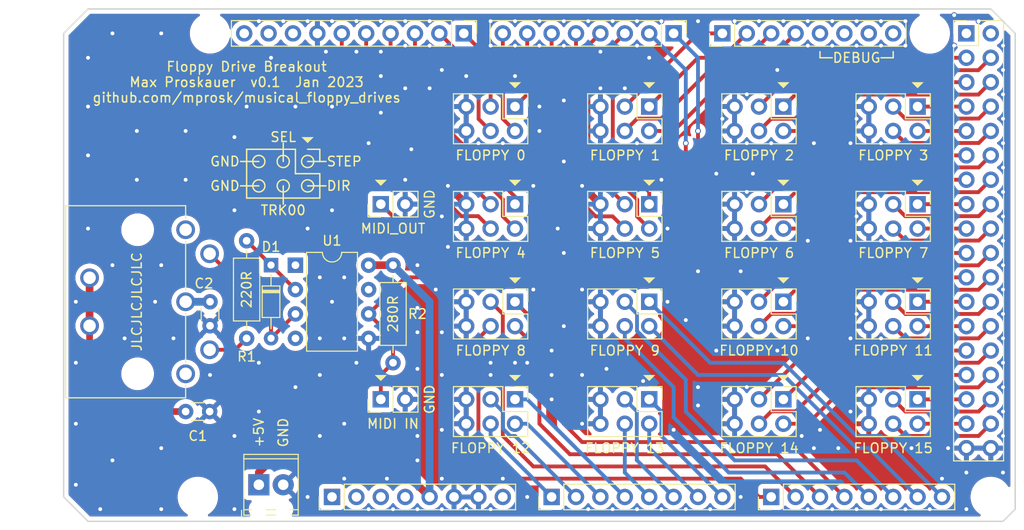
<source format=kicad_pcb>
(kicad_pcb (version 20211014) (generator pcbnew)
  (title_block (date "mar. 31 mars 2015"))
  (layers (0 "F.Cu" signal) (31 "B.Cu" signal) (34 "B.Paste" user) (35 "F.Paste" user) (36 "B.SilkS" user "B.Silkscreen") (37 "F.SilkS" user "F.Silkscreen") (38 "B.Mask" user) (39 "F.Mask" user) (44 "Edge.Cuts" user))
  (net 0 "")
  (net 1 "GND")
  (net 2 "+5V")
  (net 3 "/IOREF")
  (net 4 "/A0")
  (net 5 "/A1")
  (net 6 "/A2")
  (net 7 "/A3")
  (net 8 "/A4")
  (net 9 "/A5")
  (net 10 "/A6")
  (net 11 "/A7")
  (net 12 "/A8")
  (net 13 "/A9")
  (net 14 "/A10")
  (net 15 "/A11")
  (net 16 "/A12")
  (net 17 "/A13")
  (net 18 "/A14")
  (net 19 "/A15")
  (net 20 "/AREF")
  (net 21 "+3V3")
  (net 23 "/~{RESET}")
  (net 24 "/V_{IN}")
  (net 25 "/D22")
  (net 26 "/D23")
  (net 27 "/D24")
  (net 28 "/D25")
  (net 29 "/D26")
  (net 30 "/D27")
  (net 31 "/D28")
  (net 32 "/D29")
  (net 33 "/D30")
  (net 34 "/D31")
  (net 35 "/D32")
  (net 36 "/D33")
  (net 37 "/D34")
  (net 38 "/D35")
  (net 39 "/D36")
  (net 40 "/D37")
  (net 41 "/D38")
  (net 42 "/D39")
  (net 43 "/D40")
  (net 44 "/D41")
  (net 45 "/D42")
  (net 46 "/D43")
  (net 47 "/D44")
  (net 48 "/D45")
  (net 49 "/D46")
  (net 50 "/D47")
  (net 51 "/D48")
  (net 52 "/D49")
  (net 53 "/D50")
  (net 54 "/D51")
  (net 55 "/D52")
  (net 56 "/D53")
  (net 57 "/D14")
  (net 58 "/D15")
  (net 59 "/D16")
  (net 60 "/D17")
  (net 61 "/D18")
  (net 62 "/D19")
  (net 63 "/D20")
  (net 64 "/D21")
  (net 65 "/RX0")
  (net 66 "/TX0")
  (net 67 "/D2")
  (net 68 "/D3")
  (net 69 "/D4")
  (net 70 "/D5")
  (net 71 "/D6")
  (net 72 "/D7")
  (net 73 "/D8")
  (net 74 "/D9")
  (net 75 "/D10")
  (net 76 "/D11")
  (net 77 "/D12")
  (net 78 "/D13")
  (net 79 "Net-(D1-Pad1)")
  (net 85 "/MIDI_SHIELD")
  (net 86 "/MIDI_RETURN")
  (net 87 "/MIDI_SEND")
  (net 88 "/MIDI_GND")
  (footprint "Connector_PinHeader_2.54mm:PinHeader_2x18_P2.54mm_Vertical" (layer "F.Cu") (at 197.358 70.866)
    (fp_text reference "J4" hide)
    (fp_text value "DIGITAL" hide)
  )
  (footprint "Connector_PinHeader_2.54mm:PinHeader_1x08_P2.54mm_Vertical" (layer "F.Cu") (at 131.318 119.126 90)
    (fp_text reference "J1" hide)
    (fp_text value "POWER" hide)
  )
  (footprint "Connector_PinHeader_2.54mm:PinHeader_1x08_P2.54mm_Vertical" (layer "F.Cu") (at 154.178 119.126 90)
    (fp_text reference "J2" hide)
    (fp_text value "ANALOG" hide)
  )
  (footprint "Connector_PinHeader_2.54mm:PinHeader_1x08_P2.54mm_Vertical" (layer "F.Cu") (at 177.038 119.126 90)
    (fp_text reference "J3" hide)
    (fp_text value "ANALOG" hide)
  )
  (footprint "Connector_PinHeader_2.54mm:PinHeader_1x10_P2.54mm_Vertical" (layer "F.Cu") (at 145.034 70.866 -90)
    (fp_text reference "J7" hide)
    (fp_text value "PWM" hide)
  )
  (footprint "Connector_PinHeader_2.54mm:PinHeader_1x08_P2.54mm_Vertical" (layer "F.Cu") (at 166.878 70.866 -90)
    (fp_text reference "J6" hide)
    (fp_text value "PWM" hide)
  )
  (footprint "Connector_PinHeader_2.54mm:PinHeader_1x08_P2.54mm_Vertical" (layer "F.Cu") (at 171.958 70.866 90)
    (fp_text reference "J5" hide)
    (fp_text value "COMMS" hide)
  )
  (footprint "Connector_PinHeader_2.54mm:PinHeader_1x02_P2.54mm_Vertical" (layer "F.Cu") (at 136.398 108.966 90)
    (fp_text reference "J10" hide)
    (fp_text value "MIDI IN")
  )
  (footprint "Resistor_THT:R_Axial_DIN0207_L6.3mm_D2.5mm_P10.16mm_Horizontal" (layer "F.Cu") (at 122.428 92.456 -90)
    (fp_text reference "R1")
    (fp_text value "220R")
  )
  (footprint "Connector_PinHeader_2.54mm:PinHeader_2x03_P2.54mm_Vertical" (layer "F.Cu") (at 150.368 108.966 -90)
    (fp_text reference "F4" hide)
    (fp_text value "FLOPPY 12")
  )
  (footprint "Connector_PinHeader_2.54mm:PinHeader_2x03_P2.54mm_Vertical" (layer "F.Cu") (at 192.278 108.966 -90)
    (fp_text reference "F16" hide)
    (fp_text value "FLOPPY 15")
  )
  (footprint "Connector_PinHeader_2.54mm:PinHeader_2x03_P2.54mm_Vertical" (layer "F.Cu") (at 164.338 78.486 -90)
    (fp_text reference "F5" hide)
    (fp_text value "FLOPPY 1")
  )
  (footprint "MountingHole:MountingHole_3.2mm_M3" (layer "F.Cu") (at 199.898 119.126)
    (fp_text reference "H3" hide)
    (fp_text value "Hole M3" hide)
  )
  (footprint "Connector_PinHeader_2.54mm:PinHeader_2x03_P2.54mm_Vertical" (layer "F.Cu") (at 164.338 108.966 -90)
    (fp_text reference "F8" hide)
    (fp_text value "FLOPPY 13")
  )
  (footprint "Connector_PinHeader_2.54mm:PinHeader_2x03_P2.54mm_Vertical" (layer "F.Cu") (at 178.308 78.486 -90)
    (fp_text reference "F9" hide)
    (fp_text value "FLOPPY 2")
  )
  (footprint "Capacitor_THT:C_Disc_D3.0mm_W1.6mm_P2.50mm" (layer "F.Cu") (at 116.078 110.236)
    (fp_text reference "C1")
    (fp_text value "0.1uF" hide)
  )
  (footprint "Resistor_THT:R_Axial_DIN0207_L6.3mm_D2.5mm_P10.16mm_Horizontal" (layer "F.Cu") (at 137.668 94.996 -90)
    (fp_text reference "R2")
    (fp_text value "280R")
  )
  (footprint "Connector_PinHeader_2.54mm:PinHeader_2x03_P2.54mm_Vertical" (layer "F.Cu") (at 192.278 98.806 -90)
    (fp_text reference "F15" hide)
    (fp_text value "FLOPPY 11")
  )
  (footprint "floppy_mega:CUI_SDS-50J" (layer "F.Cu") (at 116.078 98.806 -90)
    (fp_text reference "J8" hide)
    (fp_text value "MIDI IN")
  )
  (footprint "Connector_PinHeader_2.54mm:PinHeader_2x03_P2.54mm_Vertical" (layer "F.Cu") (at 178.308 98.806 -90)
    (fp_text reference "F11" hide)
    (fp_text value "FLOPPY 10")
  )
  (footprint "Connector_PinHeader_2.54mm:PinHeader_2x03_P2.54mm_Vertical" (layer "F.Cu") (at 164.338 98.806 -90)
    (fp_text reference "F7" hide)
    (fp_text value "FLOPPY 9")
  )
  (footprint "Connector_PinHeader_2.54mm:PinHeader_2x03_P2.54mm_Vertical" (layer "F.Cu") (at 164.338 88.646 -90)
    (fp_text reference "F6" hide)
    (fp_text value "FLOPPY 5")
  )
  (footprint "Connector_PinHeader_2.54mm:PinHeader_2x03_P2.54mm_Vertical" (layer "F.Cu") (at 192.278 88.646 -90)
    (fp_text reference "F14" hide)
    (fp_text value "FLOPPY 7")
  )
  (footprint "Connector_PinHeader_2.54mm:PinHeader_1x02_P2.54mm_Vertical" (layer "F.Cu") (at 136.398 88.646 90)
    (fp_text reference "J11" hide)
    (fp_text value "MIDI_OUT")
  )
  (footprint "Connector_PinHeader_2.54mm:PinHeader_2x03_P2.54mm_Vertical" (layer "F.Cu") (at 150.368 78.486 -90)
    (fp_text reference "F1" hide)
    (fp_text value "FLOPPY 0")
  )
  (footprint "MountingHole:MountingHole_3.2mm_M3" (layer "F.Cu") (at 193.548 70.866)
    (fp_text reference "H2" hide)
    (fp_text value "Hole M3" hide)
  )
  (footprint "MountingHole:MountingHole_3.2mm_M3" (layer "F.Cu") (at 118.618 70.866)
    (fp_text reference "H1" hide)
    (fp_text value "Hole M3" hide)
  )
  (footprint "Connector_PinHeader_2.54mm:PinHeader_2x03_P2.54mm_Vertical" (layer "F.Cu") (at 150.368 98.806 -90)
    (fp_text reference "F3" hide)
    (fp_text value "FLOPPY 8")
  )
  (footprint "TerminalBlock_Phoenix:TerminalBlock_Phoenix_MPT-0,5-2-2.54_1x02_P2.54mm_Horizontal" (layer "F.Cu") (at 123.698 117.856)
    (fp_text reference "J9" hide)
    (fp_text value "POWER" hide)
  )
  (footprint "Connector_PinHeader_2.54mm:PinHeader_2x03_P2.54mm_Vertical" (layer "F.Cu") (at 192.278 78.486 -90)
    (fp_text reference "F13" hide)
    (fp_text value "FLOPPY 3")
  )
  (footprint "Package_DIP:DIP-8_W7.62mm" (layer "F.Cu") (at 127.508 94.996)
    (fp_text reference "U1")
    (fp_text value "6N138")
  )
  (footprint "Diode_THT:D_DO-34_SOD68_P7.62mm_Horizontal" (layer "F.Cu") (at 124.968 94.991 -90)
    (fp_text reference "D1")
    (fp_text value "1N914" hide)
  )
  (footprint "Capacitor_THT:C_Disc_D3.0mm_W1.6mm_P2.50mm" (layer "F.Cu") (at 118.618 98.806 -90)
    (fp_text reference "C2")
    (fp_text value "0.1uF" hide)
  )
  (footprint "MountingHole:MountingHole_3.2mm_M3" (layer "F.Cu") (at 117.348 119.126)
    (fp_text reference "H4" hide)
    (fp_text value "Hole M3" hide)
  )
  (footprint "Connector_PinHeader_2.54mm:PinHeader_2x03_P2.54mm_Vertical" (layer "F.Cu") (at 178.308 88.646 -90)
    (fp_text reference "F10" hide)
    (fp_text value "FLOPPY 6")
  )
  (footprint "Connector_PinHeader_2.54mm:PinHeader_2x03_P2.54mm_Vertical" (layer "F.Cu") (at 178.308 108.966 -90)
    (fp_text reference "F12" hide)
    (fp_text value "FLOPPY 14")
  )
  (footprint "Connector_PinHeader_2.54mm:PinHeader_2x03_P2.54mm_Vertical" (layer "F.Cu") (at 150.368 88.646 -90)
    (fp_text reference "F2" hide)
    (fp_text value "FLOPPY 4")
  )
  (gr_poly (pts (xy 136.398 107.061) (xy 135.763 106.426) (xy 137.033 106.426)) (layer "F.SilkS") (width 0) (fill solid))
  (gr_line (start 126.238 84.201) (end 126.238 82.296) (layer "F.SilkS") (width 0.15))
  (gr_circle (center 126.238 86.741) (end 126.873 86.741) (layer "F.SilkS") (width 0.15) (fill none))
  (gr_line (start 130.048 82.931) (end 130.048 84.201) (layer "F.SilkS") (width 0.15))
  (gr_poly (pts (xy 192.278 86.741) (xy 191.643 86.106) (xy 192.913 86.106)) (layer "F.SilkS") (width 0) (fill solid))
  (gr_poly (pts (xy 150.368 107.061) (xy 149.733 106.426) (xy 151.003 106.426)) (layer "F.SilkS") (width 0) (fill solid))
  (gr_poly (pts (xy 178.308 107.061) (xy 177.673 106.426) (xy 178.943 106.426)) (layer "F.SilkS") (width 0) (fill solid))
  (gr_poly (pts (xy 178.308 86.741) (xy 177.673 86.106) (xy 178.943 86.106)) (layer "F.SilkS") (width 0) (fill solid))
  (gr_poly (pts (xy 150.368 76.581) (xy 149.733 75.946) (xy 151.003 75.946)) (layer "F.SilkS") (width 0) (fill solid))
  (gr_line (start 128.778 86.741) (end 130.683 86.741) (layer "F.SilkS") (width 0.15))
  (gr_line (start 122.428 88.011) (end 130.048 88.011) (layer "F.SilkS") (width 0.15))
  (gr_poly (pts (xy 136.398 86.741) (xy 135.763 86.106) (xy 137.033 86.106)) (layer "F.SilkS") (width 0) (fill solid))
  (gr_poly (pts (xy 178.308 76.581) (xy 177.673 75.946) (xy 178.943 75.946)) (layer "F.SilkS") (width 0) (fill solid))
  (gr_poly (pts (xy 128.778 82.296) (xy 128.143 81.661) (xy 129.413 81.661)) (layer "F.SilkS") (width 0) (fill solid))
  (gr_poly (pts (xy 192.278 107.061) (xy 191.643 106.426) (xy 192.913 106.426)) (layer "F.SilkS") (width 0) (fill solid))
  (gr_line (start 130.048 88.011) (end 130.048 85.471) (layer "F.SilkS") (width 0.15))
  (gr_line (start 182.118 73.406) (end 182.118 72.771) (layer "F.SilkS") (width 0.15))
  (gr_poly (pts (xy 192.278 76.581) (xy 191.643 75.946) (xy 192.913 75.946)) (layer "F.SilkS") (width 0) (fill solid))
  (gr_circle (center 128.778 84.201) (end 129.413 84.201) (layer "F.SilkS") (width 0.15) (fill none))
  (gr_poly (pts (xy 150.368 86.741) (xy 149.733 86.106) (xy 151.003 86.106)) (layer "F.SilkS") (width 0) (fill solid))
  (gr_line (start 189.738 73.406) (end 188.468 73.406) (layer "F.SilkS") (width 0.15))
  (gr_line (start 128.778 82.931) (end 130.048 82.931) (layer "F.SilkS") (width 0.15))
  (gr_circle (center 123.698 86.741) (end 124.333 86.741) (layer "F.SilkS") (width 0.15) (fill none))
  (gr_poly (pts (xy 178.308 96.901) (xy 177.673 96.266) (xy 178.943 96.266)) (layer "F.SilkS") (width 0) (fill solid))
  (gr_poly (pts (xy 164.338 76.581) (xy 163.703 75.946) (xy 164.973 75.946)) (layer "F.SilkS") (width 0) (fill solid))
  (gr_line (start 127.508 82.931) (end 122.428 82.931) (layer "F.SilkS") (width 0.15))
  (gr_poly (pts (xy 192.278 96.901) (xy 191.643 96.266) (xy 192.913 96.266)) (layer "F.SilkS") (width 0) (fill solid))
  (gr_poly (pts (xy 164.338 86.741) (xy 163.703 86.106) (xy 164.973 86.106)) (layer "F.SilkS") (width 0) (fill solid))
  (gr_line (start 123.698 84.201) (end 121.793 84.201) (layer "F.SilkS") (width 0.15))
  (gr_line (start 183.388 73.406) (end 182.118 73.406) (layer "F.SilkS") (width 0.15))
  (gr_poly (pts (xy 164.338 96.901) (xy 163.703 96.266) (xy 164.973 96.266)) (layer "F.SilkS") (width 0) (fill solid))
  (gr_circle (center 128.778 86.741) (end 129.413 86.741) (layer "F.SilkS") (width 0.15) (fill none))
  (gr_line (start 189.738 72.771) (end 189.738 73.406) (layer "F.SilkS") (width 0.15))
  (gr_line (start 122.428 82.931) (end 122.428 88.011) (layer "F.SilkS") (width 0.15))
  (gr_circle (center 126.238 84.201) (end 126.873 84.201) (layer "F.SilkS") (width 0.15) (fill none))
  (gr_poly (pts (xy 164.338 107.061) (xy 163.703 106.426) (xy 164.973 106.426)) (layer "F.SilkS") (width 0) (fill solid))
  (gr_line (start 128.778 84.201) (end 130.683 84.201) (layer "F.SilkS") (width 0.15))
  (gr_circle (center 123.698 84.201) (end 124.333 84.201) (layer "F.SilkS") (width 0.15) (fill none))
  (gr_line (start 126.238 86.741) (end 126.238 88.646) (layer "F.SilkS") (width 0.15))
  (gr_poly (pts (xy 150.368 96.901) (xy 149.733 96.266) (xy 151.003 96.266)) (layer "F.SilkS") (width 0) (fill solid))
  (gr_line (start 121.793 86.741) (end 123.698 86.741) (layer "F.SilkS") (width 0.15))
  (gr_line (start 127.508 85.471) (end 130.048 85.471) (layer "F.SilkS") (width 0.15))
  (gr_line (start 127.508 82.931) (end 127.508 85.471) (layer "F.SilkS") (width 0.15))
  (gr_line (start 103.378 119.126) (end 103.378 70.866) (layer "Edge.Cuts") (width 0.15))
  (gr_line (start 201.168 121.666) (end 105.918 121.666) (layer "Edge.Cuts") (width 0.15))
  (gr_line (start 105.918 68.326) (end 199.898 68.326) (layer "Edge.Cuts") (width 0.15))
  (gr_line (start 199.898 68.326) (end 202.438 70.866) (layer "Edge.Cuts") (width 0.15))
  (gr_line (start 105.918 68.326) (end 103.378 70.866) (layer "Edge.Cuts") (width 0.15))
  (gr_line (start 202.438 120.396) (end 201.168 121.666) (layer "Edge.Cuts") (width 0.15))
  (gr_line (start 105.918 121.666) (end 103.378 119.126) (layer "Edge.Cuts") (width 0.15))
  (gr_line (start 202.438 70.866) (end 202.438 120.396) (layer "Edge.Cuts") (width 0.15))
  (gr_text "JLCJLCJLCJLC" (at 110.998 98.806 90) (layer "F.SilkS") (effects (font (size 1 1))))
  (gr_text "DEBUG" (at 185.928 73.406) (layer "F.SilkS") (effects (font (size 1 1))))
  (gr_text "TRK00" (at 126.238 89.281) (layer "F.SilkS") (effects (font (size 1 1))))
  (gr_text "Floppy Drive Breakout\nMax Proskauer  v0.1  Jan 2023\ngithub.com/mprosk/musical_floppy_drives" (at 122.428 75.946) (layer "F.SilkS") (effects (font (size 1 1))))
  (gr_text "GND" (at 121.793 86.741) (layer "F.SilkS") (effects (font (size 1 1)) (justify right)))
  (gr_text "DIR" (at 130.683 86.741) (layer "F.SilkS") (effects (font (size 1 1)) (justify left)))
  (gr_text "GND" (at 126.238 114.046 90) (layer "F.SilkS") (effects (font (size 1 1)) (justify left)))
  (gr_text "GND" (at 141.478 108.966 90) (layer "F.SilkS") (effects (font (size 1 1))))
  (gr_text "GND" (at 141.478 88.646 90) (layer "F.SilkS") (effects (font (size 1 1))))
  (gr_text "STEP" (at 130.683 84.201) (layer "F.SilkS") (effects (font (size 1 1)) (justify left)))
  (gr_text "GND" (at 121.793 84.201) (layer "F.SilkS") (effects (font (size 1 1)) (justify right)))
  (gr_text "SEL" (at 126.238 81.661) (layer "F.SilkS") (effects (font (size 1 1))))
  (gr_text "+5V" (at 123.698 114.046 90) (layer "F.SilkS") (effects (font (size 1 1)) (justify left)))
  (segment (start 159.258 101.346) (end 159.258 101.420926) (width 0.4) (layer "F.Cu") (net 1))
  (segment (start 159.258 88.646) (end 157.353 86.741) (width 0.8) (layer "F.Cu") (net 1))
  (segment (start 145.288 88.646) (end 143.383 86.741) (width 0.8) (layer "F.Cu") (net 1))
  (via (at 197.358 116.586) (size 0.6) (drill 0.4) (layers "F.Cu" "B.Cu") (net 1))
  (via (at 185.928 72.136) (size 0.6) (drill 0.4) (layers "F.Cu" "B.Cu") (net 1))
  (via (at 121.158 120.396) (size 0.6) (drill 0.4) (layers "F.Cu" "B.Cu") (net 1))
  (via (at 201.168 100.076) (size 0.6) (drill 0.4) (layers "F.Cu" "B.Cu") (net 1))
  (via (at 160.528 69.596) (size 0.6) (drill 0.4) (layers "F.Cu" "B.Cu") (net 1))
  (via (at 157.353 86.741) (size 0.6) (drill 0.4) (layers "F.Cu" "B.Cu") (net 1))
  (via (at 154.178 103.886) (size 0.6) (drill 0.4) (layers "F.Cu" "B.Cu") (net 1))
  (via (at 201.168 77.216) (size 0.6) (drill 0.4) (layers "F.Cu" "B.Cu") (net 1))
  (via (at 201.168 87.376) (size 0.6) (drill 0.4) (layers "F.Cu" "B.Cu") (net 1))
  (via (at 180.213 112.776) (size 0.6) (drill 0.4) (layers "F.Cu" "B.Cu") (net 1))
  (via (at 140.208 101.981) (size 0.6) (drill 0.4) (layers "F.Cu" "B.Cu") (net 1))
  (via (at 126.238 69.596) (size 0.6) (drill 0.4) (layers "F.Cu" "B.Cu") (net 1))
  (via (at 137.668 120.396) (size 0.6) (drill 0.4) (layers "F.Cu" "B.Cu") (net 1))
  (via (at 108.458 94.996) (size 0.6) (drill 0.4) (layers "F.Cu" "B.Cu") (net 1))
  (via (at 140.208 105.791) (size 0.6) (drill 0.4) (layers "F.Cu" "B.Cu") (net 1))
  (via (at 110.998 81.026) (size 0.6) (drill 0.4) (layers "F.Cu" "B.Cu") (net 1))
  (via (at 112.903 98.806) (size 0.6) (drill 0.4) (layers "F.Cu" "B.Cu") (net 1))
  (via (at 104.648 105.156) (size 0.6) (drill 0.4) (layers "F.Cu" "B.Cu") (net 1))
  (via (at 123.698 69.596) (size 0.6) (drill 0.4) (layers "F.Cu" "B.Cu") (net 1))
  (via (at 201.168 84.836) (size 0.6) (drill 0.4) (layers "F.Cu" "B.Cu") (net 1))
  (via (at 149.098 117.221) (size 0.6) (drill 0.4) (layers "F.Cu" "B.Cu") (net 1))
  (via (at 152.908 78.486) (size 0.6) (drill 0.4) (layers "F.Cu" "B.Cu") (net 1))
  (via (at 188.468 120.396) (size 0.6) (drill 0.4) (layers "F.Cu" "B.Cu") (net 1))
  (via (at 138.938 76.581) (size 0.6) (drill 0.4) (layers "F.Cu" "B.Cu") (net 1))
  (via (at 105.918 78.486) (size 0.6) (drill 0.4) (layers "F.Cu" "B.Cu") (net 1))
  (via (at 168.148 120.396) (size 0.6) (drill 0.4) (layers "F.Cu" "B.Cu") (net 1))
  (via (at 147.828 69.596) (size 0.6) (drill 0.4) (layers "F.Cu" "B.Cu") (net 1))
  (via (at 166.243 91.186) (size 0.6) (drill 0.4) (layers "F.Cu" "B.Cu") (net 1))
  (via (at 142.748 101.981) (size 0.6) (drill 0.4) (layers "F.Cu" "B.Cu") (net 1))
  (via (at 177.038 82.296) (size 0.6) (drill 0.4) (layers "F.Cu" "B.Cu") (net 1))
  (via (at 201.168 110.236) (size 0.6) (drill 0.4) (layers "F.Cu" "B.Cu") (net 1))
  (via (at 174.498 77.216) (size 0.6) (drill 0.4) (layers "F.Cu" "B.Cu") (net 1))
  (via (at 133.858 69.596) (size 0.6) (drill 0.4) (layers "F.Cu" "B.Cu") (net 1))
  (via (at 155.448 93.726) (size 0.6) (drill 0.4) (layers "F.Cu" "B.Cu") (net 1))
  (via (at 201.168 72.136) (size 0.6) (drill 0.4) (layers "F.Cu" "B.Cu") (net 1))
  (via (at 147.828 106.426) (size 0.6) (drill 0.4) (layers "F.Cu" "B.Cu") (net 1))
  (via (at 135.128 120.396) (size 0.6) (drill 0.4) (layers "F.Cu" "B.Cu") (net 1))
  (via (at 173.863 119.126) (size 0.6) (drill 0.4) (layers "F.Cu" "B.Cu") (net 1))
  (via (at 193.548 120.396) (size 0.6) (drill 0.4) (layers "F.Cu" "B.Cu") (net 1))
  (via (at 191.008 120.396) (size 0.6) (drill 0.4) (layers "F.Cu" "B.Cu") (net 1))
  (via (at 169.418 107.696) (size 0.6) (drill 0.4) (layers "F.Cu" "B.Cu") (net 1))
  (via (at 165.608 69.596) (size 0.6) (drill 0.4) (layers "F.Cu" "B.Cu") (net 1))
  (via (at 152.273 97.536) (size 0.6) (drill 0.4) (layers "F.Cu" "B.Cu") (net 1))
  (via (at 142.748 74.676) (size 0.6) (drill 0.4) (layers "F.Cu" "B.Cu") (net 1))
  (via (at 145.288 75.311) (size 0.6) (drill 0.4) (layers "F.Cu" "B.Cu") (net 1))
  (via (at 123.698 105.156) (size 0.6) (drill 0.4) (layers "F.Cu" "B.Cu") (net 1))
  (via (at 196.088 72.136) (size 0.6) (drill 0.4) (layers "F.Cu" "B.Cu") (net 1))
  (via (at 141.478 69.596) (size 0.6) (drill 0.4) (layers "F.Cu" "B.Cu") (net 1))
  (via (at 140.208 115.316) (size 0.6) (drill 0.4) (layers "F.Cu" "B.Cu") (net 1))
  (via (at 128.778 119.126) (size 0.6) (drill 0.4) (layers "F.Cu" "B.Cu") (net 1))
  (via (at 196.088 68.961) (size 0.6) (drill 0.4) (layers "F.Cu" "B.Cu") (net 1))
  (via (at 130.048 112.776) (size 0.6) (drill 0.4) (layers "F.Cu" "B.Cu") (net 1))
  (via (at 201.168 89.916) (size 0.6) (drill 0.4) (layers "F.Cu" "B.Cu") (net 1))
  (via (at 136.398 75.311) (size 0.6) (drill 0.4) (layers "F.Cu" "B.Cu") (net 1))
  (via (at 163.068 72.136) (size 0.6) (drill 0.4) (layers "F.Cu" "B.Cu") (net 1))
  (via (at 188.468 72.136) (size 0.6) (drill 0.4) (layers "F.Cu" "B.Cu") (net 1))
  (via (at 185.293 110.236) (size 0.6) (drill 0.4) (layers "F.Cu" "B.Cu") (net 1))
  (via (at 143.383 86.741) (size 0.6) (drill 0.4) (layers "F.Cu" "B.Cu") (net 1))
  (via (at 174.498 82.296) (size 0.6) (drill 0.4) (layers "F.Cu" "B.Cu") (net 1))
  (via (at 180.848 120.396) (size 0.6) (drill 0.4) (layers "F.Cu" "B.Cu") (net 1))
  (via (at 127.508 107.696) (size 0.6) (drill 0.4) (layers "F.Cu" "B.Cu") (net 1))
  (via (at 140.208 120.396) (size 0.6) (drill 0.4) (layers "F.Cu" "B.Cu") (net 1))
  (via (at 171.323 103.886) (size 0.6) (drill 0.4) (layers "F.Cu" "B.Cu") (net 1))
  (via (at 150.368 105.156) (size 0.6) (drill 0.4) (layers "F.Cu" "B.Cu") (net 1))
  (via (at 173.863 95.631) (size 0.6) (drill 0.4) (layers "F.Cu" "B.Cu") (net 1))
  (via (at 142.113 97.536) (size 0.6) (drill 0.4) (layers "F.Cu" "B.Cu") (net 1))
  (via (at 157.353 111.506) (size 0.6) (drill 0.4) (layers "F.Cu" "B.Cu") (net 1))
  (via (at 135.128 82.296) (size 0.6) (drill 0.4) (layers "F.Cu" "B.Cu") (net 1))
  (via (at 113.538 94.996) (size 0.6) (drill 0.4) (layers "F.Cu" "B.Cu") (net 1))
  (via (at 130.048 102.616) (size 0.6) (drill 0.4) (layers "F.Cu" "B.Cu") (net 1))
  (via (at 128.778 69.596) (size 0.6) (drill 0.4) (layers "F.Cu" "B.Cu") (net 1))
  (via (at 163.068 69.596) (size 0.6) (drill 0.4) (layers "F.Cu" "B.Cu") (net 1))
  (via (at 171.323 85.471) (size 0.6) (drill 0.4) (layers "F.Cu" "B.Cu") (net 1))
  (via (at 107.188 120.396) (size 0.6) (drill 0.4) (layers "F.Cu" "B.Cu") (net 1))
  (via (at 104.648 98.806) (size 0.6) (drill 0.4) (layers "F.Cu" "B.Cu") (net 1))
  (via (at 201.168 74.676) (size 0.6) (drill 0.4) (layers "F.Cu" "B.Cu") (net 1))
  (via (at 121.158 112.776) (size 0.6) (drill 0.4) (layers "F.Cu" "B.Cu") (net 1))
  (via (at 169.418 69.596) (size 0.6) (drill 0.4) (layers "F.Cu" "B.Cu") (net 1))
  (via (at 180.848 69.596) (size 0.6) (drill 0.4) (layers "F.Cu" "B.Cu") (net 1))
  (via (at 138.938 69.596) (size 0.6) (drill 0.4) (layers "F.Cu" "B.Cu") (net 1))
  (via (at 163.703 107.061) (size 0.6) (drill 0.4) (layers "F.Cu" "B.Cu") (net 1))
  (via (at 150.368 72.136) (size 0.6) (drill 0.4) (layers "F.Cu" "B.Cu") (net 1))
  (via (at 188.468 102.616) (size 0.6) (drill 0.4) (layers "F.Cu" "B.Cu") (net 1))
  (via (at 124.968 73.406) (size 0.6) (drill 0.4) (layers "F.Cu" "B.Cu") (net 1))
  (via (at 201.168 82.296) (size 0.6) (drill 0.4) (layers "F.Cu" "B.Cu") (net 1))
  (via (at 146.558 82.296) (size 0.6) (drill 0.4) (layers "F.Cu" "B.Cu") (net 1))
  (via (at 152.908 69.596) (size 0.6) (drill 0.4) (layers "F.Cu" "B.Cu") (net 1))
  (via (at 170.688 120.396) (size 0.6) (drill 0.4) (layers "F.Cu" "B.Cu") (net 1))
  (via (at 201.168 102.616) (size 0.6) (drill 0.4) (layers "F.Cu" "B.Cu") (net 1))
  (via (at 131.318 78.486) (size 0.6) (drill 0.4) (layers "F.Cu" "B.Cu") (net 1))
  (via (at 163.068 82.296) (size 0.6) (drill 0.4) (layers "F.Cu" "B.Cu") (net 1))
  (via (at 109.728 102.616) (size 0.6) (drill 0.4) (layers "F.Cu" "B.Cu") (net 1))
  (via (at 140.208 99.441) (size 0.6) (drill 0.4) (layers "F.Cu" "B.Cu") (net 1))
  (via (at 155.448 72.136) (size 0.6) (drill 0.4) (layers "F.Cu" "B.Cu") (net 1))
  (via (at 131.318 98.806) (size 0.6) (drill 0.4) (layers "F.Cu" "B.Cu") (net 1))
  (via (at 180.848 72.136) (size 0.6) (drill 0.4) (layers "F.Cu" "B.Cu") (net 1))
  (via (at 163.068 120.396) (size 0.6) (drill 0.4) (layers "F.Cu" "B.Cu") (net 1))
  (via (at 201.168 97.536) (size 0.6) (drill 0.4) (layers "F.Cu" "B.Cu") (net 1))
  (via (at 155.448 69.596) (size 0.6) (drill 0.4) (layers "F.Cu" "B.Cu") (net 1))
  (via (at 194.818 117.221) (size 0.6) (drill 0.4) (layers "F.Cu" "B.Cu") (net 1))
  (via (at 188.468 92.456) (size 0.6) (drill 0.4) (layers "F.Cu" "B.Cu") (net 1))
  (via (at 201.168 107.696) (size 0.6) (drill 0.4) (layers "F.Cu" "B.Cu") (net 1))
  (via (at 177.673 74.676) (size 0.6) (drill 0.4) (layers "F.Cu" "B.Cu") (net 1))
  (via (at 147.828 72.136) (size 0.6) (drill 0.4) (layers "F.Cu" "B.Cu") (net 1))
  (via (at 180.848 92.456) (size 0.6) (drill 0.4) (layers "F.Cu" "B.Cu") (net 1))
  (via (at 184.023 114.046) (size 0.6) (drill 0.4) (layers "F.Cu" "B.Cu") (net 1))
  (via (at 130.048 106.426) (size 0.6) (drill 0.4) (layers "F.Cu" "B.Cu") (net 1))
  (via (at 141.478 76.581) (size 0.6) (drill 0.4) (layers "F.Cu" "B.Cu") (net 1))
  (via (at 157.353 97.536) (size 0.6) (drill 0.4) (layers "F.Cu" "B.Cu") (net 1))
  (via (at 132.588 102.616) (size 0.6) (drill 0.4) (layers "F.Cu" "B.Cu") (net 1))
  (via (at 105.918 73.406) (size 0.6) (drill 0.4) (layers "F.Cu" "B.Cu") (net 1))
  (via (at 127.508 78.486) (size 0.6) (drill 0.4) (layers "F.Cu" "B.Cu") (net 1))
  (via (at 145.288 120.396) (size 0.6) (drill 0.4) (layers "F.Cu" "B.Cu") (net 1))
  (via (at 131.318 69.596) (size 0.6) (drill 0.4) (layers "F.Cu" "B.Cu") (net 1))
  (via (at 185.928 120.396) (size 0.6) (drill 0.4) (layers "F.Cu" "B.Cu") (net 1))
  (via (at 201.168 79.756) (size 0.6) (drill 0.4) (layers "F.Cu" "B.Cu") (net 1))
  (via (at 142.748 117.221) (size 0.6) (drill 0.4) (layers "F.Cu" "B.Cu") (net 1))
  (via (at 132.588 96.266) (size 0.6) (drill 0.4) (layers "F.Cu" "B.Cu") (net 1))
  (via (at 142.748 89.916) (size 0.6) (drill 0.4) (layers "F.Cu" "B.Cu") (net 1))
  (via (at 165.608 120.396) (size 0.6) (drill 0.4) (layers "F.Cu" "B.Cu") (net 1))
  (via (at 161.798 76.581) (size 0.6) (drill 0.4) (layers "F.Cu" "B.Cu") (net 1))
  (via (at 142.748 106.426) (size 0.6) (drill 0.4) (layers "F.Cu" "B.Cu") (net 1))
  (via (at 136.398 69.596) (size 0.6) (drill 0.4) (layers "F.Cu" "B.Cu") (net 1))
  (via (at 198.628 69.596) (size 0.6) (drill 0.4) (layers "F.Cu" "B.Cu") (net 1))
  (via (at 130.683 72.771) (size 0.6) (drill 0.4) (layers "F.Cu" "B.Cu") (net 1))
  (via (at 160.528 120.396) (size 0.6) (drill 0.4) (layers "F.Cu" "B.Cu") (net 1))
  (via (at 157.988 120.396) (size 0.6) (drill 0.4) (layers "F.Cu" "B.Cu") (net 1))
  (via (at 159.258 72.771) (size 0.6) (drill 0.4) (layers "F.Cu" "B.Cu") (net 1))
  (via (at 150.368 75.311) (size 0.6) (drill 0.4) (layers "F.Cu" "B.Cu") (net 1))
  (via (at 174.498 87.376) (size 0.6) (drill 0.4) (layers "F.Cu" "B.Cu") (net 1))
  (via (at 140.208 112.776) (size 0.6) (drill 0.4) (layers "F.Cu" "B.Cu") (net 1))
  (via (at 122.428 78.486) (size 0.6) (drill 0.4) (layers "F.Cu" "B.Cu") (net 1))
  (via (at 201.168 116.586) (size 0.6) (drill 0.4) (layers "F.Cu" "B.Cu") (net 1))
  (via (at 183.388 72.136) (size 0.6) (drill 0.4) (layers "F.Cu" "B.Cu") (net 1))
  (via (at 183.388 69.596) (size 0.6) (drill 0.4) (layers "F.Cu" "B.Cu") (net 1))
  (via (at 185.928 69.596) (size 0.6) (drill 0.4) (layers "F.Cu" "B.Cu") (net 1))
  (via (at 132.588 117.221) (size 0.6) (drill 0.4) (layers "F.Cu" "B.Cu") (net 1))
  (via (at 141.478 72.136) (size 0.6) (drill 0.4) (layers "F.Cu" "B.Cu") (net 1))
  (via (at 185.293 92.456) (size 0.6) (drill 0.4) (layers "F.Cu" "B.Cu") (net 1))
  (via (at 142.748 112.141) (size 0.6) (drill 0.4) (layers "F.Cu" "B.Cu") (net 1))
  (via (at 155.448 77.851) (size 0.6) (drill 0.4) (layers "F.Cu" "B.Cu") (net 1))
  (via (at 128.778 91.186) (size 0.6) (drill 0.4) (layers "F.Cu" "B.Cu") (net 1))
  (via (at 166.878 112.141) (size 0.6) (drill 0.4) (layers "F.Cu" "B.Cu") (net 1))
  (via (at 133.858 72.771) (size 0.6) (drill 0.4) (layers "F.Cu" "B.Cu") (net 1))
  (via (at 123.698 110.236) (size 0.6) (drill 0.4) (layers "F.Cu" "B.Cu") (net 1))
  (via (at 155.448 101.346) (size 0.6) (drill 0.4) (layers "F.Cu" "B.Cu") (net 1))
  (via (at 113.538 70.866) (size 0.6) (drill 0.4) (layers "F.Cu" "B.Cu") (net 1))
  (via (at 147.828 120.396) (size 0.6) (drill 0.4) (layers "F.Cu" "B.Cu") (net 1))
  (via (at 116.078 81.026) (size 0.6) (drill 0.4) (layers "F.Cu" "B.Cu") (net 1))
  (via (at 121.158 89.281) (size 0.6) (drill 0.4) (layers "F.Cu" "B.Cu") (net 1))
  (via (at 201.168 94.996) (size 0.6) (drill 0.4) (layers "F.Cu" "B.Cu") (net 1))
  (via (at 105.918 91.186) (size 0.6) (drill 0.4) (layers "F.Cu" "B.Cu") (net 1))
  (via (at 104.648 117.856) (size 0.6) (drill 0.4) (layers "F.Cu" "B.Cu") (net 1))
  (via (at 137.033 117.221) (size 0.6) (drill 0.4) (layers "F.Cu" "B.Cu") (net 1))
  (via (at 173.228 69.596) (size 0.6) (drill 0.4) (layers "F.Cu" "B.Cu") (net 1))
  (via (at 201.168 92.456) (size 0.6) (drill 0.4) (layers "F.Cu" "B.Cu") (net 1))
  (via (at 197.358 120.396) (size 0.6) (drill 0.4) (layers "F.Cu" "B.Cu") (net 1))
  (via (at 191.008 69.596) (size 0.6) (drill 0.4) (layers "F.Cu" "B.Cu") (net 1))
  (via (at 139.573 82.931) (size 0.6) (drill 0.4) (layers "F.Cu" "B.Cu") (net 1))
  (via (at 113.538 120.396) (size 0.6) (drill 0.4) (layers "F.Cu" "B.Cu") (net 1))
  (via (at 149.098 82.296) (size 0.6) (drill 0.4) (layers "F.Cu" "B.Cu") (net 1))
  (via (at 151.638 105.156) (size 0.6) (drill 0.4) (layers "F.Cu" "B.Cu") (net 1))
  (via (at 164.338 73.406) (size 0.6) (drill 0.4) (layers "F.Cu" "B.Cu") (net 1))
  (via (at 143.383 93.091) (size 0.6) (drill 0.4) (layers "F.Cu" "B.Cu") (net 1))
  (via (at 180.848 102.616) (size 0.6) (drill 0.4) (layers "F.Cu" "B.Cu") (net 1))
  (via (at 110.998 86.106) (size 0.6) (drill 0.4) (layers "F.Cu" "B.Cu") (net 1))
  (via (at 105.918 83.566) (size 0.6) (drill 0.4) (layers "F.Cu" "B.Cu") (net 1))
  (via (at 175.133 85.471) (size 0.6) (drill 0.4) (layers "F.Cu" "B.Cu") (net 1))
  (via (at 108.458 70.866) (size 0.6) (drill 0.4) (layers "F.Cu" "B.Cu") (net 1))
  (via (at 201.168 105.156) (size 0.6) (drill 0.4) (layers "F.Cu" "B.Cu") (net 1))
  (via (at 136.398 72.771) (size 0.6) (drill 0.4) (layers "F.Cu" "B.Cu") (net 1))
  (via (at 165.608 86.106) (size 0.6) (drill 0.4) (layers "F.Cu" "B.Cu") (net 1))
  (via (at 185.928 100.076) (size 0.6) (drill 0.4) (layers "F.Cu" "B.Cu") (net 1))
  (via (at 174.498 107.696) (size 0.6) (drill 0.4) (layers "F.Cu" "B.Cu") (net 1))
  (via (at 136.398 79.121) (size 0.6) (drill 0.4) (layers "F.Cu" "B.Cu") (net 1))
  (via (at 140.208 94.996) (size 0.6) (drill 0.4) (layers "F.Cu" "B.Cu") (net 1))
  (via (at 157.988 69.596) (size 0.6) (drill 0.4) (layers "F.Cu" "B.Cu") (net 1))
  (via (at 116.078 86.106) (size 0.6) (drill 0.4) (layers "F.Cu" "B.Cu") (net 1))
  (via (at 191.643 114.046) (size 0.6) (drill 0.4) (layers "F.Cu" "B.Cu") (net 1))
  (via (at 169.418 109.601) (size 0.6) (drill 0.4) (layers "F.Cu" "B.Cu") (net 1))
  (via (at 150.368 69.596) (size 0.6) (drill 0.4) (layers "F.Cu" "B.Cu") (net 1))
  (via (at 159.893 105.791) (size 0.6) (drill 0.4) (layers "F.Cu" "B.Cu") (net 1))
  (via (at 191.008 72.136) (size 0.6) (drill 0.4) (layers "F.Cu" "B.Cu") (net 1))
  (via (at 152.273 86.741) (size 0.6) (drill 0.4) (layers "F.Cu" "B.Cu") (net 1))
  (via (at 157.353 106.426) (size 0.6) (drill 0.4) (layers "F.Cu" "B.Cu") (net 1))
  (via (at 168.148 100.711) (size 0.6) (drill 0.4) (layers "F.Cu" "B.Cu") (net 1))
  (via (at 195.453 114.046) (size 0.6) (drill 0.4) (layers "F.Cu" "B.Cu") (net 1))
  (via (at 154.178 108.966) (size 0.6) (drill 0.4) (layers "F.Cu" "B.Cu") (net 1))
  (via (at 130.048 96.266) (size 0.6) (drill 0.4) (layers "F.Cu" "B.Cu") (net 1))
  (via (at 188.468 69.596) (size 0.6) (drill 0.4) (layers "F.Cu" "B.Cu") (net 1))
  (via (at 185.928 79.756) (size 0.6) (drill 0.4) (layers "F.Cu" "B.Cu") (net 1))
  (via (at 147.828 105.156) (size 0.6) (drill 0.4) (layers "F.Cu" "B.Cu") (net 1))
  (via (at 201.168 112.776) (size 0.6) (drill 0.4) (layers "F.Cu" "B.Cu") (net 1))
  (via (at 154.813 91.186) (size 0.6) (drill 0.4) (layers "F.Cu" "B.Cu") (net 1))
  (via (at 175.768 69.596) (size 0.6) (drill 0.4) (layers "F.Cu" "B.Cu") (net 1))
  (via (at 182.118 112.141) (size 0.6) (drill 0.4) (layers "F.Cu" "B.Cu") (net 1))
  (via (at 114.808 102.616) (size 0.6) (drill 0.4) (layers "F.Cu" "B.Cu") (net 1))
  (via (at 166.243 98.806) (size 0.6) (drill 0.4) (layers "F.Cu" "B.Cu") (net 1))
  (via (at 138.938 72.136) (size 0.6) (drill 0.4) (layers "F.Cu" "B.Cu") (net 1))
  (via (at 185.928 89.916) (size 0.6) (drill 0.4) (layers "F.Cu" "B.Cu") (net 1))
  (via (at 177.673 103.886) (size 0.6) (drill 0.4) (layers "F.Cu" "B.Cu") (net 1))
  (via (at 181.483 114.046) (size 0.6) (drill 0.4) (layers "F.Cu" "B.Cu") (net 1))
  (via (at 132.588 111.506) (size 0.6) (drill 0.4) (layers "F.Cu" "B.Cu") (net 1))
  (via (at 113.538 114.046) (size 0.6) (drill 0.4) (layers "F.Cu" "B.Cu") (net 1))
  (via (at 178.308 69.596) (size 0.6) (drill 0.4) (layers "F.Cu" "B.Cu") (net 1))
  (via (at 155.448 84.201) (size 0.6) (drill 0.4) (layers "F.Cu" "B.Cu") (net 1))
  (via (at 152.908 81.026) (size 0.6) (drill 0.4) (layers "F.Cu" "B.Cu") (net 1))
  (via (at 183.388 120.396) (size 0.6) (drill 0.4) (layers "F.Cu" "B.Cu") (net 1))
  (via (at 121.158 81.661) (size 0.6) (drill 0.4) (layers "F.Cu" "B.Cu") (net 1))
  (via (at 188.468 82.296) (size 0.6) (drill 0.4) (layers "F.Cu" "B.Cu") (net 1))
  (via (at 152.908 72.136) (size 0.6) (drill 0.4) (layers "F.Cu" "B.Cu") (net 1))
  (via (at 108.458 115.316) (size 0.6) (drill 0.4) (layers "F.Cu" "B.Cu") (net 1))
  (via (at 171.958 79.756) (size 0.6) (drill 0.4) (layers "F.Cu" "B.Cu") (net 1))
  (via (at 169.418 95.631) (size 0.6) (drill 0.4) (layers "F.Cu" "B.Cu") (net 1))
  (via (at 133.858 105.156) (size 0.6) (drill 0.4) (layers "F.Cu" "B.Cu") (net 1))
  (via (at 154.178 106.426) (size 0.6) (drill 0.4) (layers "F.Cu" "B.Cu") (net 1))
  (via (at 138.938 86.106) (size 0.6) (drill 0.4) (layers "F.Cu" "B.Cu") (net 1))
  (via (at 181.483 82.296) (size 0.6) (drill 0.4) (layers "F.Cu" "B.Cu") (net 1))
  (via (at 185.293 102.616) (size 0.6) (drill 0.4) (layers "F.Cu" "B.Cu") (net 1))
  (via (at 185.293 82.296) (size 0.6) (drill 0.4) (layers "F.Cu" "B.Cu") (net 1))
  (via (at 159.258 76.581) (size 0.6) (drill 0.4) (layers "F.Cu" "B.Cu") (net 1))
  (via (at 104.648 111.506) (size 0.6) (drill 0.4) (layers "F.Cu" "B.Cu") (net 1))
  (via (at 118.618 106.426) (size 0.6) (drill 0.4) (layers "F.Cu" "B.Cu") (net 1))
  (via (at 142.748 120.396) (size 0.6) (drill 0.4) (layers "F.Cu" "B.Cu") (net 1))
  (via (at 151.638 119.126) (size 0.6) (drill 0.4) (layers "F.Cu" "B.Cu") (net 1))
  (via (at 131.318 89.281) (size 0.6) (drill 0.4) (layers "F.Cu" "B.Cu") (net 1))
  (segment (start 123.698 117.856) (end 123.698 116.586) (width 0.8) (layer "F.Cu") (net 2))
  (segment (start 135.128 94.996) (end 137.668 94.996) (width 0.8) (layer "F.Cu") (net 2))
  (segment (start 137.668 115.316) (end 141.478 119.126) (width 0.8) (layer "F.Cu") (net 2))
  (segment (start 123.698 116.586) (end 124.968 115.316) (width 0.8) (layer "F.Cu") (net 2))
  (segment (start 124.968 115.316) (end 137.668 115.316) (width 0.8) (layer "F.Cu") (net 2))
  (segment (start 141.478 98.806) (end 137.668 94.996) (width 0.8) (layer "B.Cu") (net 2))
  (segment (start 141.478 119.126) (end 141.478 98.806) (width 0.8) (layer "B.Cu") (net 2))
  (segment (start 147.828 112.776) (end 154.178 119.126) (width 0.4) (layer "B.Cu") (net 4))
  (segment (start 147.828 111.506) (end 147.828 112.776) (width 0.4) (layer "B.Cu") (net 4))
  (segment (start 149.118489 110.256489) (end 149.118489 112.023565) (width 0.4) (layer "B.Cu") (net 5))
  (segment (start 149.118489 112.023565) (end 149.870924 112.776) (width 0.4) (layer "B.Cu") (net 5))
  (segment (start 149.870924 112.776) (end 150.368 112.776) (width 0.4) (layer "B.Cu") (net 5))
  (segment (start 150.368 112.776) (end 156.718 119.126) (width 0.4) (layer "B.Cu") (net 5))
  (segment (start 147.828 108.966) (end 149.118489 110.256489) (width 0.4) (layer "B.Cu") (net 5))
  (segment (start 150.368 111.506) (end 151.638 111.506) (width 0.4) (layer "B.Cu") (net 6))
  (segment (start 151.638 111.506) (end 159.258 119.126) (width 0.4) (layer "B.Cu") (net 6))
  (segment (start 150.368 108.966) (end 151.638 108.966) (width 0.4) (layer "B.Cu") (net 7))
  (segment (start 151.638 108.966) (end 161.798 119.126) (width 0.4) (layer "B.Cu") (net 7))
  (segment (start 161.798 116.586) (end 161.798 111.506) (width 0.4) (layer "B.Cu") (net 8))
  (segment (start 164.338 119.126) (end 161.798 116.586) (width 0.4) (layer "B.Cu") (net 8))
  (segment (start 163.047511 110.215511) (end 161.798 108.966) (width 0.4) (layer "B.Cu") (net 9))
  (segment (start 163.047511 115.295511) (end 163.047511 110.215511) (width 0.4) (layer "B.Cu") (net 9))
  (segment (start 166.878 119.126) (end 163.047511 115.295511) (width 0.4) (layer "B.Cu") (net 9))
  (segment (start 164.338 114.046) (end 164.338 111.506) (width 0.4) (layer "B.Cu") (net 10))
  (segment (start 169.418 119.126) (end 164.338 114.046) (width 0.4) (layer "B.Cu") (net 10))
  (segment (start 165.608 112.776) (end 165.608 110.236) (width 0.4) (layer "B.Cu") (net 11))
  (segment (start 171.958 119.126) (end 165.608 112.776) (width 0.4) (layer "B.Cu") (net 11))
  (segment (start 165.608 110.236) (end 164.338 108.966) (width 0.4) (layer "B.Cu") (net 11))
  (segment (start 175.768 119.126) (end 177.038 119.126) (width 0.4) (layer "F.Cu") (net 12))
  (segment (start 173.863 117.221) (end 175.768 119.126) (width 0.4) (layer "F.Cu") (net 12))
  (segment (start 151.003 117.221) (end 173.863 117.221) (width 0.4) (layer "F.Cu") (net 12))
  (segment (start 146.558 102.616) (end 146.558 112.776) (width 0.4) (layer "F.Cu") (net 12))
  (segment (start 147.828 101.346) (end 146.558 102.616) (width 0.4) (layer "F.Cu") (net 12))
  (segment (start 146.558 112.776) (end 151.003 117.221) (width 0.4) (layer "F.Cu") (net 12))
  (segment (start 149.098 112.776) (end 149.098 100.076) (width 0.4) (layer "F.Cu") (net 13))
  (segment (start 152.273 115.951) (end 149.098 112.776) (width 0.4) (layer "F.Cu") (net 13))
  (segment (start 149.098 100.076) (end 147.828 98.806) (width 0.4) (layer "F.Cu") (net 13))
  (segment (start 179.578 119.126) (end 176.403 115.951) (width 0.4) (layer "F.Cu") (net 13))
  (segment (start 176.403 115.951) (end 152.273 115.951) (width 0.4) (layer "F.Cu") (net 13))
  (segment (start 150.368 101.346) (end 152.908 103.886) (width 0.4) (layer "F.Cu") (net 14))
  (segment (start 152.908 111.506) (end 156.083 114.681) (width 0.4) (layer "F.Cu") (net 14))
  (segment (start 152.908 103.886) (end 152.908 111.506) (width 0.4) (layer "F.Cu") (net 14))
  (segment (start 156.083 114.681) (end 177.673 114.681) (width 0.4) (layer "F.Cu") (net 14))
  (segment (start 177.673 114.681) (end 182.118 119.126) (width 0.4) (layer "F.Cu") (net 14))
  (segment (start 157.353 113.411) (end 155.448 111.506) (width 0.4) (layer "F.Cu") (net 15))
  (segment (start 155.448 111.506) (end 155.448 103.886) (width 0.4) (layer "F.Cu") (net 15))
  (segment (start 184.658 119.126) (end 178.943 113.411) (width 0.4) (layer "F.Cu") (net 15))
  (segment (start 178.943 113.411) (end 157.353 113.411) (width 0.4) (layer "F.Cu") (net 15))
  (segment (start 155.448 103.886) (end 150.368 98.806) (width 0.4) (layer "F.Cu") (net 15))
  (segment (start 166.878 110.83704) (end 172.62696 116.586) (width 0.4) (layer "B.Cu") (net 16))
  (segment (start 184.658 116.586) (end 187.198 119.126) (width 0.4) (layer "B.Cu") (net 16))
  (segment (start 166.878 107.696) (end 166.878 110.83704) (width 0.4) (layer "B.Cu") (net 16))
  (segment (start 172.62696 116.586) (end 184.658 116.586) (width 0.4) (layer "B.Cu") (net 16))
  (segment (start 161.798 102.616) (end 166.878 107.696) (width 0.4) (layer "B.Cu") (net 16))
  (segment (start 161.798 101.346) (end 161.798 102.616) (width 0.4) (layer "B.Cu") (net 16))
  (segment (start 168.148 106.923076) (end 163.068 101.843076) (width 0.4) (layer "B.Cu") (net 17))
  (segment (start 163.068 101.843076) (end 163.068 100.076) (width 0.4) (layer "B.Cu") (net 17))
  (segment (start 168.148 110.236) (end 168.148 106.923076) (width 0.4) (layer "B.Cu") (net 17))
  (segment (start 173.228 115.316) (end 168.148 110.236) (width 0.4) (layer "B.Cu") (net 17))
  (segment (start 163.068 100.076) (end 161.798 98.806) (width 0.4) (layer "B.Cu") (net 17))
  (segment (start 189.738 119.126) (end 185.928 115.316) (width 0.4) (layer "B.Cu") (net 17))
  (segment (start 185.928 115.316) (end 173.228 115.316) (width 0.4) (layer "B.Cu") (net 17))
  (segment (start 185.928 114.046) (end 178.308 106.426) (width 0.4) (layer "B.Cu") (net 18))
  (segment (start 187.198 114.046) (end 185.928 114.046) (width 0.4) (layer "B.Cu") (net 18))
  (segment (start 169.418 106.426) (end 164.338 101.346) (width 0.4) (layer "B.Cu") (net 18))
  (segment (start 178.308 106.426) (end 169.418 106.426) (width 0.4) (layer "B.Cu") (net 18))
  (segment (start 192.278 119.126) (end 187.198 114.046) (width 0.4) (layer "B.Cu") (net 18))
  (segment (start 188.468 112.776) (end 194.818 119.126) (width 0.4) (layer "B.Cu") (net 19))
  (segment (start 170.688 105.156) (end 178.308 105.156) (width 0.4) (layer "B.Cu") (net 19))
  (segment (start 164.338 98.806) (end 170.688 105.156) (width 0.4) (layer "B.Cu") (net 19))
  (segment (start 178.308 105.156) (end 185.928 112.776) (width 0.4) (layer "B.Cu") (net 19))
  (segment (start 185.928 112.776) (end 188.468 112.776) (width 0.4) (layer "B.Cu") (net 19))
  (segment (start 180.848 73.406) (end 175.768 78.486) (width 0.4) (layer "F.Cu") (net 25))
  (segment (start 197.358 73.406) (end 180.848 73.406) (width 0.4) (layer "F.Cu") (net 25))
  (segment (start 198.607511 74.696489) (end 182.097511 74.696489) (width 0.4) (layer "F.Cu") (net 26))
  (segment (start 182.097511 74.696489) (end 178.308 78.486) (width 0.4) (layer "F.Cu") (net 26))
  (segment (start 199.898 73.406) (end 198.607511 74.696489) (width 0.4) (layer "F.Cu") (net 26))
  (segment (start 197.358 75.946) (end 183.347022 75.946) (width 0.4) (layer "F.Cu") (net 27))
  (segment (start 183.347022 75.946) (end 179.537022 79.756) (width 0.4) (layer "F.Cu") (net 27))
  (segment (start 179.537022 79.756) (end 177.038 79.756) (width 0.4) (layer "F.Cu") (net 27))
  (segment (start 177.038 79.756) (end 175.768 81.026) (width 0.4) (layer "F.Cu") (net 27))
  (segment (start 180.848 81.026) (end 178.308 81.026) (width 0.4) (layer "F.Cu") (net 28))
  (segment (start 184.637511 77.236489) (end 180.848 81.026) (width 0.4) (layer "F.Cu") (net 28))
  (segment (start 199.898 75.946) (end 198.607511 77.236489) (width 0.4) (layer "F.Cu") (net 28))
  (segment (start 198.607511 77.236489) (end 184.637511 77.236489) (width 0.4) (layer "F.Cu") (net 28))
  (segment (start 197.358 78.486) (end 192.278 78.486) (width 0.4) (layer "F.Cu") (net 29))
  (segment (start 190.987511 79.735511) (end 189.738 78.486) (width 0.4) (layer "F.Cu") (net 30))
  (segment (start 198.648489 79.735511) (end 190.987511 79.735511) (width 0.4) (layer "F.Cu") (net 30))
  (segment (start 199.898 78.486) (end 198.648489 79.735511) (width 0.4) (layer "F.Cu") (net 30))
  (segment (start 197.358 81.026) (end 192.278 81.026) (width 0.4) (layer "F.Cu") (net 31))
  (segment (start 199.898 81.026) (end 198.648489 82.275511) (width 0.4) (layer "F.Cu") (net 32))
  (segment (start 190.987511 82.275511) (end 189.738 81.026) (width 0.4) (layer "F.Cu") (net 32))
  (segment (start 198.648489 82.275511) (end 190.987511 82.275511) (width 0.4) (layer "F.Cu") (net 32))
  (segment (start 180.848 83.566) (end 175.768 88.646) (width 0.4) (layer "F.Cu") (net 33))
  (segment (start 197.358 83.566) (end 180.848 83.566) (width 0.4) (layer "F.Cu") (net 33))
  (segment (start 178.308 88.646) (end 182.138489 84.815511) (width 0.4) (layer "F.Cu") (net 34))
  (segment (start 182.138489 84.815511) (end 198.648489 84.815511) (width 0.4) (layer "F.Cu") (net 34))
  (segment (start 198.648489 84.815511) (end 199.898 83.566) (width 0.4) (layer "F.Cu") (net 34))
  (segment (start 175.768 91.186) (end 177.017511 89.936489) (width 0.4) (layer "F.Cu") (net 35))
  (segment (start 179.557511 89.936489) (end 183.388 86.106) (width 0.4) (layer "F.Cu") (net 35))
  (segment (start 183.388 86.106) (end 197.358 86.106) (width 0.4) (layer "F.Cu") (net 35))
  (segment (start 177.017511 89.936489) (end 179.557511 89.936489) (width 0.4) (layer "F.Cu") (net 35))
  (segment (start 184.637511 87.396489) (end 180.848 91.186) (width 0.4) (layer "F.Cu") (net 36))
  (segment (start 180.848 91.186) (end 178.308 91.186) (width 0.4) (layer "F.Cu") (net 36))
  (segment (start 198.607511 87.396489) (end 184.637511 87.396489) (width 0.4) (layer "F.Cu") (net 36))
  (segment (start 199.898 86.106) (end 198.607511 87.396489) (width 0.4) (layer "F.Cu") (net 36))
  (segment (start 197.358 88.646) (end 192.278 88.646) (width 0.4) (layer "F.Cu") (net 37))
  (segment (start 198.648489 89.895511) (end 190.987511 89.895511) (width 0.4) (layer "F.Cu") (net 38))
  (segment (start 190.987511 89.895511) (end 189.738 88.646) (width 0.4) (layer "F.Cu") (net 38))
  (segment (start 199.898 88.646) (end 198.648489 89.895511) (width 0.4) (layer "F.Cu") (net 38))
  (segment (start 197.358 91.186) (end 192.278 91.186) (width 0.4) (layer "F.Cu") (net 39))
  (segment (start 190.987511 92.435511) (end 189.738 91.186) (width 0.4) (layer "F.Cu") (net 40))
  (segment (start 199.898 91.186) (end 198.648489 92.435511) (width 0.4) (layer "F.Cu") (net 40))
  (segment (start 198.648489 92.435511) (end 190.987511 92.435511) (width 0.4) (layer "F.Cu") (net 40))
  (segment (start 180.848 93.726) (end 175.768 98.806) (width 0.4) (layer "F.Cu") (net 41))
  (segment (start 197.358 93.726) (end 180.848 93.726) (width 0.4) (layer "F.Cu") (net 41))
  (segment (start 199.898 93.726) (end 198.607511 95.016489) (width 0.4) (layer "F.Cu") (net 42))
  (segment (start 198.607511 95.016489) (end 182.097511 95.016489) (width 0.4) (layer "F.Cu") (net 42))
  (segment (start 182.097511 95.016489) (end 178.308 98.806) (width 0.4) (layer "F.Cu") (net 42))
  (segment (start 177.058489 100.055511) (end 179.598489 100.055511) (width 0.4) (layer "F.Cu") (net 43))
  (segment (start 175.768 101.346) (end 177.058489 100.055511) (width 0.4) (layer "F.Cu") (net 43))
  (segment (start 183.388 96.266) (end 197.358 96.266) (width 0.4) (layer "F.Cu") (net 43))
  (segment (start 179.598489 100.055511) (end 183.388 96.266) (width 0.4) (layer "F.Cu") (net 43))
  (segment (start 199.898 96.266) (end 198.607511 97.556489) (width 0.4) (layer "F.Cu") (net 44))
  (segment (start 184.637511 97.556489) (end 180.848 101.346) (width 0.4) (layer "F.Cu") (net 44))
  (segment (start 198.607511 97.556489) (end 184.637511 97.556489) (width 0.4) (layer "F.Cu") (net 44))
  (segment (start 180.848 101.346) (end 178.308 101.346) (width 0.4) (layer "F.Cu") (net 44))
  (segment (start 197.358 98.806) (end 192.278 98.806) (width 0.4) (layer "F.Cu") (net 45))
  (segment (start 191.008 100.076) (end 198.628 100.076) (width 0.4) (layer "F.Cu") (net 46))
  (segment (start 189.738 98.806) (end 191.008 100.076) (width 0.4) (layer "F.Cu") (net 46))
  (segment (start 199.898 98.806) (end 198.628 100.076) (width 0.4) (layer "F.Cu") (net 46))
  (segment (start 197.358 101.346) (end 192.278 101.346) (width 0.4) (layer "F.Cu") (net 47))
  (segment (start 199.898 101.346) (end 198.628 102.616) (width 0.4) (layer "F.Cu") (net 48))
  (segment (start 198.628 102.616) (end 191.008 102.616) (width 0.4) (layer "F.Cu") (net 48))
  (segment (start 191.008 102.616) (end 189.738 101.346) (width 0.4) (layer "F.Cu") (net 48))
  (segment (start 197.358 103.886) (end 180.848 103.886) (width 0.4) (layer "F.Cu") (net 49))
  (segment (start 180.848 103.886) (end 175.768 108.966) (width 0.4) (layer "F.Cu") (net 49))
  (segment (start 182.118 105.156) (end 198.628 105.156) (width 0.4) (layer "F.Cu") (net 50))
  (segment (start 199.898 103.886) (end 198.628 105.156) (width 0.4) (layer "F.Cu") (net 50))
  (segment (start 178.308 108.966) (end 182.118 105.156) (width 0.4) (layer "F.Cu") (net 50))
  (segment (start 183.388 106.426) (end 197.358 106.426) (width 0.4) (layer "F.Cu") (net 51))
  (segment (start 175.768 111.506) (end 177.058489 110.215511) (width 0.4) (layer "F.Cu") (net 51))
  (segment (start 179.598489 110.215511) (end 183.388 106.426) (width 0.4) (layer "F.Cu") (net 51))
  (segment (start 177.058489 110.215511) (end 179.598489 110.215511) (width 0.4) (layer "F.Cu") (net 51))
  (segment (start 180.848 111.506) (end 178.308 111.506) (width 0.4) (layer "F.Cu") (net 52))
  (segment (start 199.898 106.426) (end 198.607511 107.716489) (width 0.4) (layer "F.Cu") (net 52))
  (segment (start 198.607511 107.716489) (end 184.637511 107.716489) (width 0.4) (layer "F.Cu") (net 52))
  (segment (start 184.637511 107.716489) (end 180.848 111.506) (width 0.4) (layer "F.Cu") (net 52))
  (segment (start 197.358 108.966) (end 192.278 108.966) (width 0.4) (layer "F.Cu") (net 53))
  (segment (start 199.898 108.966) (end 198.628 110.236) (width 0.4) (layer "F.Cu") (net 54))
  (segment (start 198.628 110.236) (end 191.008 110.236) (width 0.4) (layer "F.Cu") (net 54))
  (segment (start 191.008 110.236) (end 189.738 108.966) (width 0.4) (layer "F.Cu") (net 54))
  (segment (start 197.358 111.506) (end 192.278 111.506) (width 0.4) (layer "F.Cu") (net 55))
  (segment (start 199.898 111.506) (end 198.628 112.776) (width 0.4) (layer "F.Cu") (net 56))
  (segment (start 189.738 111.506) (end 191.008 112.776) (width 0.4) (layer "F.Cu") (net 56))
  (segment (start 191.008 112.776) (end 198.628 112.776) (width 0.4) (layer "F.Cu") (net 56))
  (segment (start 171.958 70.866) (end 169.418 70.866) (width 0.4) (layer "F.Cu") (net 57))
  (segment (start 169.418 70.866) (end 161.798 78.486) (width 0.4) (layer "F.Cu") (net 57))
  (segment (start 171.958 73.406) (end 174.498 70.866) (width 0.4) (layer "F.Cu") (net 58))
  (segment (start 169.418 73.406) (end 171.958 73.406) (width 0.4) (layer "F.Cu") (net 58))
  (segment (start 164.338 78.486) (end 169.418 73.406) (width 0.4) (layer "F.Cu") (net 58))
  (segment (start 161.798 81.026) (end 163.088489 79.735511) (width 0.4) (layer "F.Cu") (net 59))
  (segment (start 170.647022 74.676) (end 165.587511 79.735511) (width 0.4) (layer "F.Cu") (net 59))
  (segment (start 177.038 70.866) (end 173.228 74.676) (width 0.4) (layer "F.Cu") (net 59))
  (segment (start 173.228 74.676) (end 170.647022 74.676) (width 0.4) (layer "F.Cu") (net 59))
  (segment (start 163.088489 79.735511) (end 165.587511 79.735511) (width 0.4) (layer "F.Cu") (net 59))
  (segment (start 179.578 70.866) (end 174.498 75.946) (width 0.4) (layer "F.Cu") (net 60))
  (segment (start 174.498 75.946) (end 171.958 75.946) (width 0.4) (layer "F.Cu") (net 60))
  (segment (start 171.958 75.946) (end 166.878 81.026) (width 0.4) (layer "F.Cu") (net 60))
  (segment (start 166.878 81.026) (end 164.338 81.026) (width 0.4) (layer "F.Cu") (net 60))
  (segment (start 138.938 96.266) (end 135.128 100.076) (width 0.4) (layer "F.Cu") (net 65))
  (segment (start 165.608 96.266) (end 138.938 96.266) (width 0.4) (layer "F.Cu") (net 65))
  (segment (start 169.418 92.456) (end 165.608 96.266) (width 0.4) (layer "F.Cu") (net 65))
  (segment (start 169.418 81.026) (end 169.418 92.456) (width 0.4) (layer "F.Cu") (net 65))
  (segment (start 136.398 106.426) (end 137.668 105.156) (width 0.4) (layer "F.Cu") (net 65))
  (segment (start 136.398 108.966) (end 136.398 106.426) (width 0.4) (layer "F.Cu") (net 65))
  (segment (start 135.128 100.076) (end 137.668 102.616) (width 0.4) (layer "F.Cu") (net 65))
  (segment (start 137.668 102.616) (end 137.668 105.156) (width 0.4) (layer "F.Cu") (net 65))
  (via (at 169.418 81.026) (size 0.6) (drill 0.4) (layers "F.Cu" "B.Cu") (net 65))
  (segment (start 169.418 81.026) (end 169.418 73.406) (width 0.4) (layer "B.Cu") (net 65))
  (segment (start 169.418 73.406) (end 166.878 70.866) (width 0.4) (layer "B.Cu") (net 65))
  (segment (start 168.148 91.186) (end 168.148 82.296) (width 0.4) (layer "F.Cu") (net 66))
  (segment (start 136.398 88.646) (end 142.748 94.996) (width 0.4) (layer "F.Cu") (net 66))
  (segment (start 142.748 94.996) (end 164.338 94.996) (width 0.4) (layer "F.Cu") (net 66))
  (segment (start 164.338 94.996) (end 168.148 91.186) (width 0.4) (layer "F.Cu") (net 66))
  (via (at 168.148 82.296) (size 0.6) (drill 0.4) (layers "F.Cu" "B.Cu") (net 66))
  (segment (start 168.148 74.676) (end 164.338 70.866) (width 0.4) (layer "B.Cu") (net 66))
  (segment (start 168.148 82.296) (end 168.148 74.676) (width 0.4) (layer "B.Cu") (net 66))
  (segment (start 161.798 70.866) (end 160.548489 72.115511) (width 0.4) (layer "F.Cu") (net 67))
  (segment (start 160.548489 72.115511) (end 160.548489 83.586489) (width 0.4) (layer "F.Cu") (net 67))
  (segment (start 164.338 87.376) (end 164.338 88.646) (width 0.4) (layer "F.Cu") (net 67))
  (segment (start 160.548489 83.586489) (end 164.338 87.376) (width 0.4) (layer "F.Cu") (net 67))
  (segment (start 163.088489 89.936489) (end 164.338 91.186) (width 0.4) (layer "F.Cu") (net 68))
  (segment (start 163.088489 88.169413) (end 163.088489 89.936489) (width 0.4) (layer "F.Cu") (net 68))
  (segment (start 158.008489 72.115511) (end 158.008489 83.089413) (width 0.4) (layer "F.Cu") (net 68))
  (segment (start 159.258 70.866) (end 158.008489 72.115511) (width 0.4) (layer "F.Cu") (net 68))
  (segment (start 158.008489 83.089413) (end 163.088489 88.169413) (width 0.4) (layer "F.Cu") (net 68))
  (segment (start 156.718 70.866) (end 156.718 83.566) (width 0.4) (layer "F.Cu") (net 69))
  (segment (start 156.718 83.566) (end 161.798 88.646) (width 0.4) (layer "F.Cu") (net 69))
  (segment (start 154.178 70.866) (end 154.178 85.333076) (width 0.4) (layer "F.Cu") (net 70))
  (segment (start 160.528 89.916) (end 161.798 91.186) (width 0.4) (layer "F.Cu") (net 70))
  (segment (start 154.178 85.333076) (end 158.760924 89.916) (width 0.4) (layer "F.Cu") (net 70))
  (segment (start 158.760924 89.916) (end 160.528 89.916) (width 0.4) (layer "F.Cu") (net 70))
  (segment (start 151.638 77.216) (end 150.368 78.486) (width 0.4) (layer "F.Cu") (net 71))
  (segment (start 151.638 70.866) (end 151.638 77.216) (width 0.4) (layer "F.Cu") (net 71))
  (segment (start 149.098 70.866) (end 149.098 79.756) (width 0.4) (layer "F.Cu") (net 72))
  (segment (start 149.098 79.756) (end 150.368 81.026) (width 0.4) (layer "F.Cu") (net 72))
  (segment (start 147.828 78.486) (end 147.828 73.66) (width 0.4) (layer "F.Cu") (net 73))
  (segment (start 147.828 73.66) (end 145.034 70.866) (width 0.4) (layer "F.Cu") (net 73))
  (segment (start 142.494 70.866) (end 146.578489 74.950489) (width 0.4) (layer "F.Cu") (net 74))
  (segment (start 146.578489 74.950489) (end 146.578489 79.776489) (width 0.4) (layer "F.Cu") (net 74))
  (segment (start 146.578489 79.776489) (end 147.828 81.026) (width 0.4) (layer "F.Cu") (net 74))
  (segment (start 139.954 77.459076) (end 150.368 87.873076) (width 0.4) (layer "F.Cu") (net 75))
  (segment (start 139.954 70.866) (end 139.954 77.459076) (width 0.4) (layer "F.Cu") (net 75))
  (segment (start 150.368 87.873076) (end 150.368 88.646) (width 0.4) (layer "F.Cu") (net 75))
  (segment (start 137.414 76.464924) (end 149.098 88.148924) (width 0.4) (layer "F.Cu") (net 76))
  (segment (start 149.098 88.148924) (end 149.098 89.916) (width 0.4) (layer "F.Cu") (net 76))
  (segment (start 137.414 70.866) (end 137.414 76.464924) (width 0.4) (layer "F.Cu") (net 76))
  (segment (start 149.098 89.916) (end 150.368 91.186) (width 0.4) (layer "F.Cu") (net 76))
  (segment (start 134.874 75.692) (end 147.828 88.646) (width 0.4) (layer "F.Cu") (net 77))
  (segment (start 134.874 70.866) (end 134.874 75.692) (width 0.4) (layer "F.Cu") (net 77))
  (segment (start 146.537511 89.895511) (end 147.828 91.186) (width 0.4) (layer "F.Cu") (net 78))
  (segment (start 132.334 77.459076) (end 144.770435 89.895511) (width 0.4) (layer "F.Cu") (net 78))
  (segment (start 144.770435 89.895511) (end 146.537511 89.895511) (width 0.4) (layer "F.Cu") (net 78))
  (segment (start 132.334 70.866) (end 132.334 77.459076) (width 0.4) (layer "F.Cu") (net 78))
  (segment (start 124.968 94.991) (end 124.968 94.996) (width 0.4) (layer "F.Cu") (net 79))
  (segment (start 122.428 92.456) (end 122.433 92.456) (width 0.4) (layer "F.Cu") (net 79))
  (segment (start 124.968 94.996) (end 127.508 97.536) (width 0.4) (layer "F.Cu") (net 79))
  (segment (start 122.433 92.456) (end 124.968 94.991) (width 0.4) (layer "F.Cu") (net 79))
  (segment (start 110.363 110.236) (end 116.078 110.236) (width 0.7) (layer "F.Cu") (net 85))
  (segment (start 106.078 101.306) (end 106.078 105.951) (width 0.7) (layer "F.Cu") (net 85))
  (segment (start 106.078 96.306) (end 106.078 101.306) (width 0.8) (layer "F.Cu") (net 85))
  (segment (start 106.078 105.951) (end 110.363 110.236) (width 0.7) (layer "F.Cu") (net 85))
  (segment (start 124.968 102.611) (end 124.973 102.611) (width 0.4) (layer "F.Cu") (net 86))
  (segment (start 124.968 102.611) (end 124.968 100.196) (width 0.4) (layer "F.Cu") (net 86))
  (segment (start 124.973 102.611) (end 127.508 100.076) (width 0.4) (layer "F.Cu") (net 86))
  (segment (start 124.968 100.196) (end 118.578 93.806) (width 0.4) (layer "F.Cu") (net 86))
  (segment (start 118.578 103.806) (end 121.238 103.806) (width 0.4) (layer "F.Cu") (net 87))
  (segment (start 121.238 103.806) (end 122.428 102.616) (width 0.4) (layer "F.Cu") (net 87))
  (segment (start 118.618 98.806) (end 116.078 98.806) (width 0.8) (layer "F.Cu") (net 88))
  (segment (start 116.078 98.806) (end 118.618 98.806) (width 0.8) (layer "B.Cu") (net 88))
  (zone (net 0) (net_name "") (layer "F.Cu") (connect_pads (clearance 0)) (min_thickness 0.254)
    (keepout (tracks allowed) (vias allowed) (pads allowed) (copperpour not_allowed) (footprints allowed))
    (fill (thermal_gap 0.508) (thermal_bridge_width 0.508))
    (polygon (pts (xy 152.908 111.506) (xy 156.718 115.316) (xy 152.273 115.316) (xy 149.098 112.776) (xy 149.098 107.696) (xy 152.908 107.696)))
  )
  (zone (net 1) (net_name "GND") (layers F&B.Cu) (connect_pads (clearance 0.508)) (min_thickness 0.254) (fill yes (thermal_gap 0.508) (thermal_bridge_width 0.508))
    (polygon (pts (xy 202.438 121.666) (xy 103.378 121.666) (xy 103.378 68.326) (xy 202.438 68.326)))
  )
  (zone (net 0) (net_name "") (layer "B.Cu") (connect_pads (clearance 0)) (min_thickness 0.254)
    (keepout (tracks allowed) (vias allowed) (pads allowed) (copperpour not_allowed) (footprints allowed))
    (fill (thermal_gap 0.508) (thermal_bridge_width 0.508))
    (polygon (pts (xy 166.243 107.696) (xy 166.243 109.601) (xy 164.973 109.601) (xy 164.973 107.696) (xy 165.608 107.061)))
  )
  (zone (net 0) (net_name "") (layer "B.Cu") (connect_pads (clearance 0)) (min_thickness 0.254)
    (keepout (tracks allowed) (vias allowed) (pads allowed) (copperpour not_allowed) (footprints allowed))
    (fill (thermal_gap 0.508) (thermal_bridge_width 0.508))
    (polygon (pts (xy 161.798 117.856) (xy 161.163 117.856) (xy 155.448 112.141) (xy 161.163 112.141)))
  )
)
</source>
